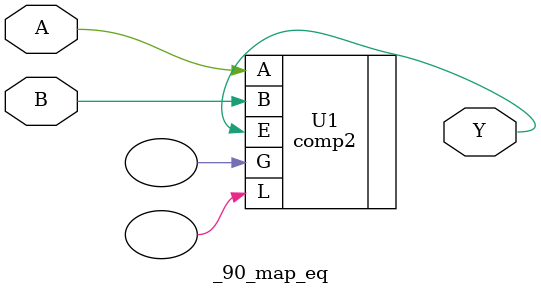
<source format=v>
`define COMP_CELL comp2

(* techmap_celltype = "$lt" *)
module _90_map_lt (A, B, Y);
	// This map is only for single-bit comparisons.
	parameter WIDTH = 1;
	input [WIDTH-1:0] A, B;
	output [WIDTH-1:0] Y;

	// This will cause synthesis to fail if Yosys tries to map a multi-bit
	// comparator here, which is the desired behavior.
	wire _TECHMAP_FAIL_ = WIDTH > 1;

	// Instantiate your cell.
	// Connect the abstract cell's ports (A, B, Y) to your physical cell's ports.
	// The output 'Y' of the $lt cell is mapped to the 'L' output of your comparator.
	// The other outputs (E, G) are unused for this operation, so they are left blank.
	`COMP_CELL U1 ( .A(A), .B(B), .L(Y), .E(), .G() );

endmodule

//
// Mapping for the "Greater Than" ($gt) operator
//
(* techmap_celltype = "$gt" *)
module _90_map_gt (A, B, Y);
	parameter WIDTH = 1;
	input [WIDTH-1:0] A, B;
	output [WIDTH-1:0] Y;

	wire _TECHMAP_FAIL_ = WIDTH > 1;

	// Here, the output 'Y' of the $gt cell is mapped to the 'G' output of your comparator.
	// The L and E outputs are unused.
	`COMP_CELL U1 ( .A(A), .B(B), .L(), .E(), .G(Y) );

endmodule

//
// Mapping for the "Equal To" ($eq) operator
//
(* techmap_celltype = "$eq" *)
module _90_map_eq (A, B, Y);
	parameter WIDTH = 1;
	input [WIDTH-1:0] A, B;
	output [WIDTH-1:0] Y;

	wire _TECHMAP_FAIL_ = WIDTH > 1;

	// Finally, the output 'Y' of the $eq cell is mapped to the 'E' output of your comparator.
	// The L and G outputs are unused.
	`COMP_CELL U1 ( .A(A), .B(B), .L(), .E(Y), .G() );

endmodule

</source>
